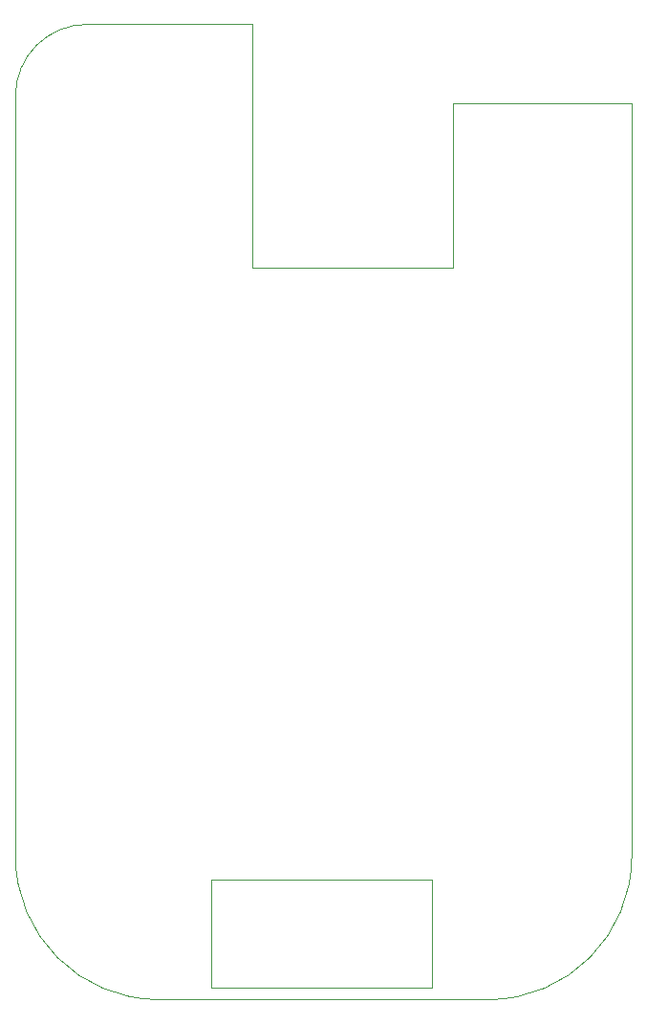
<source format=gbr>
%TF.GenerationSoftware,KiCad,Pcbnew,(5.1.7-0-10_14)*%
%TF.CreationDate,2020-11-05T11:20:50+08:00*%
%TF.ProjectId,bbb_cape,6262625f-6361-4706-952e-6b696361645f,rev?*%
%TF.SameCoordinates,Original*%
%TF.FileFunction,Profile,NP*%
%FSLAX46Y46*%
G04 Gerber Fmt 4.6, Leading zero omitted, Abs format (unit mm)*
G04 Created by KiCad (PCBNEW (5.1.7-0-10_14)) date 2020-11-05 11:20:50*
%MOMM*%
%LPD*%
G01*
G04 APERTURE LIST*
%TA.AperFunction,Profile*%
%ADD10C,0.100000*%
%TD*%
%TA.AperFunction,Profile*%
%ADD11C,0.002540*%
%TD*%
G04 APERTURE END LIST*
D10*
X151400000Y-118400000D02*
X151400000Y-128000000D01*
X131800000Y-118400000D02*
X151400000Y-118400000D01*
X131800000Y-128000000D02*
X131800000Y-118400000D01*
X151400000Y-128000000D02*
X131800000Y-128000000D01*
D11*
X114465100Y-116357400D02*
G75*
G03*
X127165100Y-129057400I12700000J0D01*
G01*
X156375100Y-129057400D02*
G75*
G03*
X169075100Y-116357400I0J12700000D01*
G01*
X120815100Y-42697400D02*
G75*
G03*
X114465100Y-49047400I0J-6350000D01*
G01*
X135420100Y-42697400D02*
X120815100Y-42697400D01*
X135420100Y-64287400D02*
X135420100Y-42697400D01*
X153200100Y-64287400D02*
X135420100Y-64287400D01*
X153200100Y-49682400D02*
X153200100Y-64287400D01*
X169075100Y-49682400D02*
X153200100Y-49682400D01*
X169075100Y-116357400D02*
X169075100Y-49682400D01*
X127165100Y-129057400D02*
X156375100Y-129057400D01*
X114465100Y-49047400D02*
X114465100Y-116357400D01*
M02*

</source>
